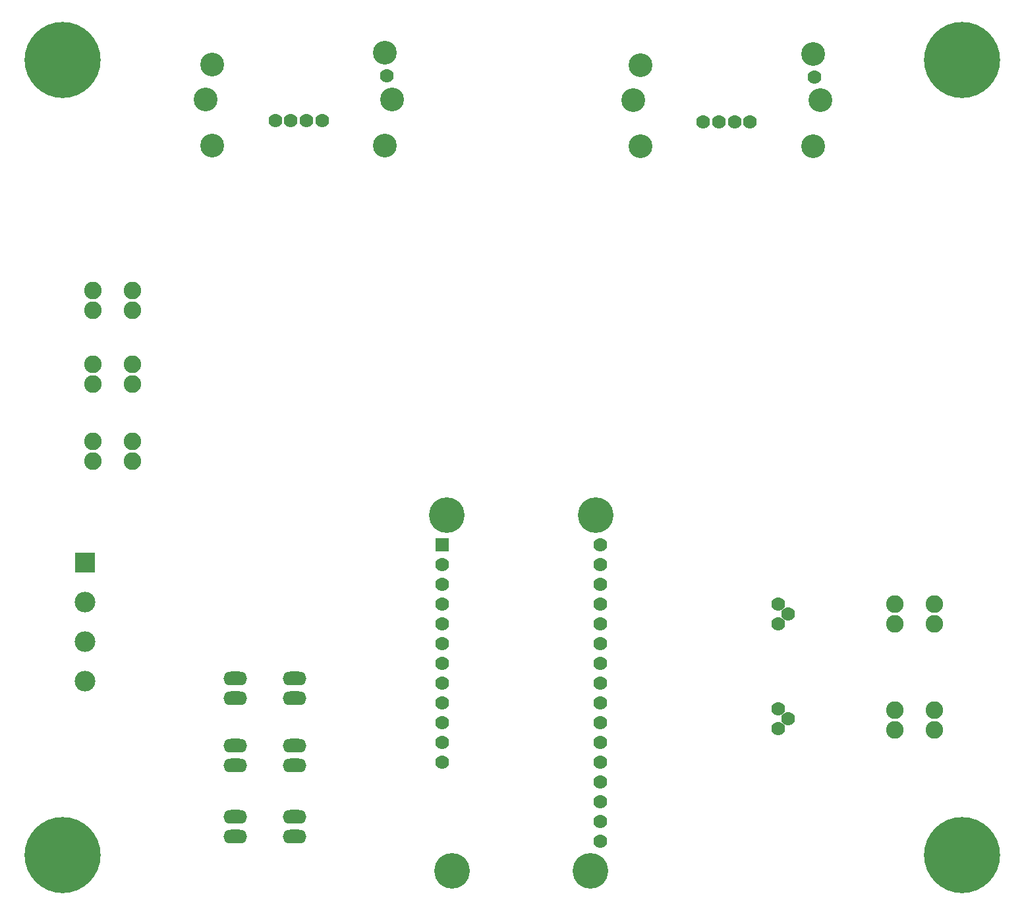
<source format=gbr>
G04 EasyPC Gerber Version 22.0 Build 4696 *
G04 #@! TF.Part,Single*
G04 #@! TF.FileFunction,Soldermask,Bot *
G04 #@! TF.FilePolarity,Negative *
%FSLAX35Y35*%
%MOIN*%
G04 #@! TA.AperFunction,ComponentPad*
%ADD83R,0.07000X0.07000*%
%ADD81R,0.10449X0.10449*%
%ADD72C,0.07000*%
%ADD78C,0.08874*%
%ADD82C,0.10449*%
%ADD73C,0.12024*%
%ADD84C,0.18000*%
%ADD80O,0.12000X0.07000*%
G04 #@! TA.AperFunction,WasherPad*
%ADD29C,0.38500*%
X0Y0D02*
D02*
D29*
X22750Y22750D03*
Y425250D03*
X477750Y22750D03*
Y425250D03*
D02*
D72*
X130439Y394423D03*
X138313D03*
X146187D03*
X154061D03*
X186738Y417061D03*
X214750Y69750D03*
Y79750D03*
Y89750D03*
Y99750D03*
Y109750D03*
Y119750D03*
Y129750D03*
Y139750D03*
Y149750D03*
Y159750D03*
Y169750D03*
X294750Y29750D03*
Y39750D03*
Y49750D03*
Y59750D03*
Y69750D03*
Y79750D03*
Y89750D03*
Y99750D03*
Y109750D03*
Y119750D03*
Y129750D03*
Y139750D03*
Y149750D03*
Y159750D03*
Y169750D03*
Y179750D03*
X346939Y393923D03*
X354813D03*
X362687D03*
X370561D03*
X384750Y86750D03*
Y96750D03*
Y139750D03*
Y149750D03*
X389750Y91750D03*
Y144750D03*
X403238Y416561D03*
D02*
D73*
X95006Y405250D03*
X98549Y381825D03*
Y422967D03*
X185951Y381825D03*
Y428675D03*
X189494Y405250D03*
X311506Y404750D03*
X315049Y381325D03*
Y422467D03*
X402451Y381325D03*
Y428175D03*
X405994Y404750D03*
D02*
D78*
X38250Y222250D03*
Y232250D03*
Y261000D03*
Y271000D03*
Y298500D03*
Y308500D03*
X58250Y222250D03*
Y232250D03*
Y261000D03*
Y271000D03*
Y298500D03*
Y308500D03*
X443750Y86250D03*
Y96250D03*
Y139750D03*
Y149750D03*
X463750Y86250D03*
Y96250D03*
Y139750D03*
Y149750D03*
D02*
D80*
X110250Y32250D03*
Y42250D03*
Y68250D03*
Y78250D03*
Y102250D03*
Y112250D03*
X140250Y32250D03*
Y42250D03*
Y68250D03*
Y78250D03*
Y102250D03*
Y112250D03*
D02*
D81*
X34250Y170750D03*
D02*
D82*
Y110750D03*
Y130750D03*
Y150750D03*
D02*
D83*
X214750Y179750D03*
D02*
D84*
X217250Y194750D03*
X219750Y14750D03*
X289750D03*
X292500Y194750D03*
X0Y0D02*
M02*

</source>
